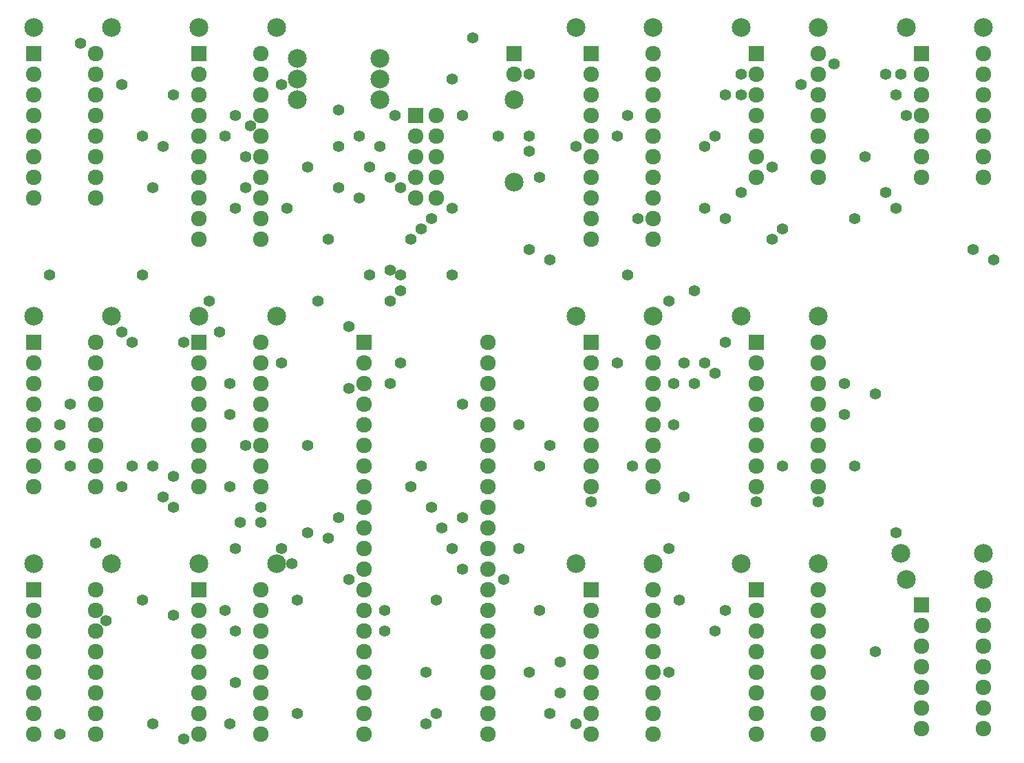
<source format=gbr>
G04 #@! TF.FileFunction,Soldermask,Top*
%FSLAX46Y46*%
G04 Gerber Fmt 4.6, Leading zero omitted, Abs format (unit mm)*
G04 Created by KiCad (PCBNEW 4.0.7) date 03/16/20 14:44:43*
%MOMM*%
%LPD*%
G01*
G04 APERTURE LIST*
%ADD10C,0.100000*%
%ADD11C,1.924000*%
%ADD12R,1.924000X1.924000*%
%ADD13C,2.305000*%
%ADD14C,1.416000*%
G04 APERTURE END LIST*
D10*
D11*
X146685000Y-116840000D03*
X146685000Y-114300000D03*
X146685000Y-111760000D03*
X146685000Y-109220000D03*
X146685000Y-106680000D03*
X146685000Y-104140000D03*
X146685000Y-101600000D03*
X146685000Y-99060000D03*
X131445000Y-116840000D03*
X131445000Y-114300000D03*
X131445000Y-111760000D03*
X131445000Y-106680000D03*
X131445000Y-104140000D03*
X131445000Y-101600000D03*
X131445000Y-109220000D03*
X131445000Y-99060000D03*
D12*
X131445000Y-68580000D03*
D11*
X131445000Y-71120000D03*
X131445000Y-73660000D03*
X131445000Y-76200000D03*
X131445000Y-78740000D03*
X131445000Y-81280000D03*
X131445000Y-83820000D03*
X131445000Y-86360000D03*
X131445000Y-88900000D03*
X131445000Y-91440000D03*
X131445000Y-93980000D03*
X131445000Y-96520000D03*
X146685000Y-96520000D03*
X146685000Y-93980000D03*
X146685000Y-91440000D03*
X146685000Y-88900000D03*
X146685000Y-86360000D03*
X146685000Y-83820000D03*
X146685000Y-81280000D03*
X146685000Y-78740000D03*
X146685000Y-76200000D03*
X146685000Y-73660000D03*
X146685000Y-71120000D03*
X146685000Y-68580000D03*
X90805000Y-76200000D03*
X90805000Y-73660000D03*
X90805000Y-71120000D03*
D12*
X90805000Y-68580000D03*
D11*
X90805000Y-78740000D03*
X90805000Y-81280000D03*
X90805000Y-83820000D03*
X90805000Y-86360000D03*
X98425000Y-86360000D03*
X98425000Y-83820000D03*
X98425000Y-81280000D03*
X98425000Y-78740000D03*
X98425000Y-76200000D03*
X98425000Y-73660000D03*
X98425000Y-71120000D03*
X98425000Y-68580000D03*
D12*
X137795000Y-40640000D03*
D11*
X137795000Y-43180000D03*
X137795000Y-45720000D03*
X137795000Y-48260000D03*
X137795000Y-50800000D03*
X140335000Y-45720000D03*
X140335000Y-43180000D03*
X140335000Y-40640000D03*
X140335000Y-48260000D03*
X140335000Y-50800000D03*
X90805000Y-106680000D03*
X90805000Y-104140000D03*
X90805000Y-101600000D03*
D12*
X90805000Y-99060000D03*
D11*
X90805000Y-109220000D03*
X90805000Y-111760000D03*
X90805000Y-114300000D03*
X90805000Y-116840000D03*
X98425000Y-116840000D03*
X98425000Y-114300000D03*
X98425000Y-111760000D03*
X98425000Y-109220000D03*
X98425000Y-106680000D03*
X98425000Y-104140000D03*
X98425000Y-101600000D03*
X98425000Y-99060000D03*
X111125000Y-76200000D03*
X111125000Y-73660000D03*
X111125000Y-71120000D03*
D12*
X111125000Y-68580000D03*
D11*
X111125000Y-78740000D03*
X111125000Y-81280000D03*
X111125000Y-83820000D03*
X111125000Y-86360000D03*
X118745000Y-86360000D03*
X118745000Y-83820000D03*
X118745000Y-81280000D03*
X118745000Y-78740000D03*
X118745000Y-76200000D03*
X118745000Y-73660000D03*
X118745000Y-71120000D03*
X118745000Y-68580000D03*
D12*
X159385000Y-33020000D03*
D11*
X159385000Y-35560000D03*
X159385000Y-38100000D03*
X159385000Y-40640000D03*
X159385000Y-43180000D03*
X159385000Y-45720000D03*
X159385000Y-48260000D03*
X159385000Y-50800000D03*
X159385000Y-53340000D03*
X159385000Y-55880000D03*
X167005000Y-55880000D03*
X167005000Y-53340000D03*
X167005000Y-50800000D03*
X167005000Y-48260000D03*
X167005000Y-45720000D03*
X167005000Y-43180000D03*
X167005000Y-40640000D03*
X167005000Y-38100000D03*
X167005000Y-35560000D03*
X167005000Y-33020000D03*
D12*
X111125000Y-33020000D03*
D11*
X111125000Y-35560000D03*
X111125000Y-38100000D03*
X111125000Y-40640000D03*
X111125000Y-43180000D03*
X111125000Y-45720000D03*
X111125000Y-48260000D03*
X111125000Y-50800000D03*
X111125000Y-53340000D03*
X111125000Y-55880000D03*
X118745000Y-55880000D03*
X118745000Y-53340000D03*
X118745000Y-50800000D03*
X118745000Y-48260000D03*
X118745000Y-45720000D03*
X118745000Y-43180000D03*
X118745000Y-40640000D03*
X118745000Y-38100000D03*
X118745000Y-35560000D03*
X118745000Y-33020000D03*
D13*
X100330000Y-65405000D03*
X90805000Y-65405000D03*
X120650000Y-65405000D03*
X111125000Y-65405000D03*
X167005000Y-65405000D03*
X157480000Y-65405000D03*
X187325000Y-65405000D03*
X177800000Y-65405000D03*
X100330000Y-29845000D03*
X90805000Y-29845000D03*
X187325000Y-95885000D03*
X177800000Y-95885000D03*
X167005000Y-95885000D03*
X157480000Y-95885000D03*
X120650000Y-95885000D03*
X111125000Y-95885000D03*
X100330000Y-95885000D03*
X90805000Y-95885000D03*
X167005000Y-29845000D03*
X157480000Y-29845000D03*
X120650000Y-29845000D03*
X111125000Y-29845000D03*
X207645000Y-29845000D03*
X198120000Y-29845000D03*
X187325000Y-29845000D03*
X177800000Y-29845000D03*
X207645000Y-97790000D03*
X198120000Y-97790000D03*
D12*
X149860000Y-33020000D03*
D11*
X149860000Y-35560000D03*
D13*
X149860000Y-48895000D03*
X149860000Y-38735000D03*
X197485000Y-94615000D03*
X207645000Y-94615000D03*
X123190000Y-33655000D03*
X133350000Y-33655000D03*
X123190000Y-36195000D03*
X133350000Y-36195000D03*
X123190000Y-38735000D03*
X133350000Y-38735000D03*
D11*
X159385000Y-76200000D03*
X159385000Y-73660000D03*
X159385000Y-71120000D03*
D12*
X159385000Y-68580000D03*
D11*
X159385000Y-78740000D03*
X159385000Y-81280000D03*
X159385000Y-83820000D03*
X159385000Y-86360000D03*
X167005000Y-86360000D03*
X167005000Y-83820000D03*
X167005000Y-81280000D03*
X167005000Y-78740000D03*
X167005000Y-76200000D03*
X167005000Y-73660000D03*
X167005000Y-71120000D03*
X167005000Y-68580000D03*
X179705000Y-76200000D03*
X179705000Y-73660000D03*
X179705000Y-71120000D03*
D12*
X179705000Y-68580000D03*
D11*
X179705000Y-78740000D03*
X179705000Y-81280000D03*
X179705000Y-83820000D03*
X179705000Y-86360000D03*
X187325000Y-86360000D03*
X187325000Y-83820000D03*
X187325000Y-81280000D03*
X187325000Y-78740000D03*
X187325000Y-76200000D03*
X187325000Y-73660000D03*
X187325000Y-71120000D03*
X187325000Y-68580000D03*
X90805000Y-40640000D03*
X90805000Y-38100000D03*
X90805000Y-35560000D03*
D12*
X90805000Y-33020000D03*
D11*
X90805000Y-43180000D03*
X90805000Y-45720000D03*
X90805000Y-48260000D03*
X90805000Y-50800000D03*
X98425000Y-50800000D03*
X98425000Y-48260000D03*
X98425000Y-45720000D03*
X98425000Y-43180000D03*
X98425000Y-40640000D03*
X98425000Y-38100000D03*
X98425000Y-35560000D03*
X98425000Y-33020000D03*
X179705000Y-106680000D03*
X179705000Y-104140000D03*
X179705000Y-101600000D03*
D12*
X179705000Y-99060000D03*
D11*
X179705000Y-109220000D03*
X179705000Y-111760000D03*
X179705000Y-114300000D03*
X179705000Y-116840000D03*
X187325000Y-116840000D03*
X187325000Y-114300000D03*
X187325000Y-111760000D03*
X187325000Y-109220000D03*
X187325000Y-106680000D03*
X187325000Y-104140000D03*
X187325000Y-101600000D03*
X187325000Y-99060000D03*
X159385000Y-106680000D03*
X159385000Y-104140000D03*
X159385000Y-101600000D03*
D12*
X159385000Y-99060000D03*
D11*
X159385000Y-109220000D03*
X159385000Y-111760000D03*
X159385000Y-114300000D03*
X159385000Y-116840000D03*
X167005000Y-116840000D03*
X167005000Y-114300000D03*
X167005000Y-111760000D03*
X167005000Y-109220000D03*
X167005000Y-106680000D03*
X167005000Y-104140000D03*
X167005000Y-101600000D03*
X167005000Y-99060000D03*
X111125000Y-106680000D03*
X111125000Y-104140000D03*
X111125000Y-101600000D03*
D12*
X111125000Y-99060000D03*
D11*
X111125000Y-109220000D03*
X111125000Y-111760000D03*
X111125000Y-114300000D03*
X111125000Y-116840000D03*
X118745000Y-116840000D03*
X118745000Y-114300000D03*
X118745000Y-111760000D03*
X118745000Y-109220000D03*
X118745000Y-106680000D03*
X118745000Y-104140000D03*
X118745000Y-101600000D03*
X118745000Y-99060000D03*
X200025000Y-40640000D03*
X200025000Y-38100000D03*
D12*
X200025000Y-33020000D03*
D11*
X200025000Y-35560000D03*
X200025000Y-43180000D03*
X200025000Y-45720000D03*
X200025000Y-48260000D03*
X207645000Y-48260000D03*
X207645000Y-45720000D03*
X207645000Y-43180000D03*
X207645000Y-40640000D03*
X207645000Y-38100000D03*
X207645000Y-35560000D03*
X207645000Y-33020000D03*
X179705000Y-40640000D03*
X179705000Y-38100000D03*
D12*
X179705000Y-33020000D03*
D11*
X179705000Y-35560000D03*
X179705000Y-43180000D03*
X179705000Y-45720000D03*
X179705000Y-48260000D03*
X187325000Y-48260000D03*
X187325000Y-45720000D03*
X187325000Y-43180000D03*
X187325000Y-40640000D03*
X187325000Y-38100000D03*
X187325000Y-35560000D03*
X187325000Y-33020000D03*
X200025000Y-108585000D03*
X200025000Y-106045000D03*
D12*
X200025000Y-100965000D03*
D11*
X200025000Y-103505000D03*
X200025000Y-111125000D03*
X200025000Y-113665000D03*
X200025000Y-116205000D03*
X207645000Y-116205000D03*
X207645000Y-113665000D03*
X207645000Y-111125000D03*
X207645000Y-108585000D03*
X207645000Y-106045000D03*
X207645000Y-103505000D03*
X207645000Y-100965000D03*
D14*
X172085000Y-73660000D03*
X135255000Y-40640000D03*
X142240000Y-36195000D03*
X114935000Y-115570000D03*
X114300000Y-101600000D03*
X189230000Y-34290000D03*
X151765000Y-57150000D03*
X206375000Y-57150000D03*
X154305000Y-81280000D03*
X154305000Y-58420000D03*
X208915000Y-58420000D03*
X195580000Y-35560000D03*
X162560000Y-71120000D03*
X155575000Y-107950000D03*
X155575000Y-111760000D03*
X139065000Y-109220000D03*
X139065000Y-115570000D03*
X140335000Y-100330000D03*
X140335000Y-114300000D03*
X133985000Y-101600000D03*
X133985000Y-104140000D03*
X121285000Y-93980000D03*
X115570000Y-93980000D03*
X115570000Y-104140000D03*
X123190000Y-100330000D03*
X198120000Y-40640000D03*
X151765000Y-109220000D03*
X193040000Y-45720000D03*
X181610000Y-46990000D03*
X195580000Y-50165000D03*
X177800000Y-50165000D03*
X194310000Y-106680000D03*
X194310000Y-74930000D03*
X144780000Y-31115000D03*
X181610000Y-55880000D03*
X177800000Y-38100000D03*
X177800000Y-35560000D03*
X96520000Y-31750000D03*
X143510000Y-76200000D03*
X143510000Y-40640000D03*
X196850000Y-38100000D03*
X197485000Y-35560000D03*
X133350000Y-44450000D03*
X117475000Y-41910000D03*
X130810000Y-43180000D03*
X182880000Y-83820000D03*
X182880000Y-54610000D03*
X168910000Y-109220000D03*
X168910000Y-93980000D03*
X150495000Y-93980000D03*
X173355000Y-71120000D03*
X157480000Y-115570000D03*
X164465000Y-83820000D03*
X162560000Y-43180000D03*
X174625000Y-104140000D03*
X174625000Y-72390000D03*
X175895000Y-101600000D03*
X175895000Y-68580000D03*
X179705000Y-88265000D03*
X187325000Y-88265000D03*
X174625000Y-43180000D03*
X190500000Y-73660000D03*
X190500000Y-77470000D03*
X169545000Y-73660000D03*
X169545000Y-78740000D03*
X175895000Y-38100000D03*
X191770000Y-83820000D03*
X191770000Y-53340000D03*
X175895000Y-53340000D03*
X114935000Y-73660000D03*
X114935000Y-77470000D03*
X165100000Y-53340000D03*
X154305000Y-114300000D03*
X170180000Y-100330000D03*
X153035000Y-83820000D03*
X153035000Y-48260000D03*
X153035000Y-101600000D03*
X170815000Y-71120000D03*
X170815000Y-87630000D03*
X159385000Y-88265000D03*
X168910000Y-63500000D03*
X134620000Y-63500000D03*
X134620000Y-73660000D03*
X135890000Y-71120000D03*
X135890000Y-62230000D03*
X172085000Y-62230000D03*
X137160000Y-55880000D03*
X137160000Y-86360000D03*
X138430000Y-83820000D03*
X138430000Y-54610000D03*
X139700000Y-53340000D03*
X139700000Y-88900000D03*
X142240000Y-52070000D03*
X140970000Y-91440000D03*
X163830000Y-40640000D03*
X163830000Y-60325000D03*
X142240000Y-60325000D03*
X142240000Y-93980000D03*
X150495000Y-78740000D03*
X147955000Y-43180000D03*
X151765000Y-35560000D03*
X151765000Y-43180000D03*
X151765000Y-45085000D03*
X157480000Y-44450000D03*
X196850000Y-92075000D03*
X196850000Y-52070000D03*
X173355000Y-44450000D03*
X173355000Y-52070000D03*
X107950000Y-85090000D03*
X107950000Y-38100000D03*
X106680000Y-87630000D03*
X106680000Y-44450000D03*
X143510000Y-90170000D03*
X143510000Y-96520000D03*
X128270000Y-90170000D03*
X128270000Y-49530000D03*
X116840000Y-49530000D03*
X129540000Y-97790000D03*
X125730000Y-63500000D03*
X148590000Y-97790000D03*
X112395000Y-63500000D03*
X127000000Y-92710000D03*
X127000000Y-55880000D03*
X93980000Y-78740000D03*
X95250000Y-76200000D03*
X130810000Y-50800000D03*
X135890000Y-49530000D03*
X135890000Y-60325000D03*
X129540000Y-74295000D03*
X129540000Y-66675000D03*
X134620000Y-48260000D03*
X134620000Y-59690000D03*
X132080000Y-46990000D03*
X132080000Y-60325000D03*
X124460000Y-81280000D03*
X124460000Y-46990000D03*
X121285000Y-36830000D03*
X124460000Y-92075000D03*
X122555000Y-95885000D03*
X121920000Y-52070000D03*
X115570000Y-52070000D03*
X123190000Y-114300000D03*
X115570000Y-110490000D03*
X116840000Y-81280000D03*
X93980000Y-81280000D03*
X93980000Y-116840000D03*
X95250000Y-83820000D03*
X99695000Y-102870000D03*
X98425000Y-93345000D03*
X104140000Y-100330000D03*
X104140000Y-60325000D03*
X92710000Y-60325000D03*
X118745000Y-88900000D03*
X107950000Y-102235000D03*
X107950000Y-88900000D03*
X116205000Y-90805000D03*
X118745000Y-90805000D03*
X105410000Y-83820000D03*
X109220000Y-117475000D03*
X105410000Y-115570000D03*
X105410000Y-49530000D03*
X115570000Y-40640000D03*
X116840000Y-45720000D03*
X121285000Y-71120000D03*
X114935000Y-86360000D03*
X114300000Y-43180000D03*
X128270000Y-40005000D03*
X128270000Y-44450000D03*
X109220000Y-68580000D03*
X102870000Y-68580000D03*
X102870000Y-83820000D03*
X113665000Y-67310000D03*
X101600000Y-67310000D03*
X101600000Y-86360000D03*
X104140000Y-43180000D03*
X101600000Y-36830000D03*
X185166000Y-36830000D03*
M02*

</source>
